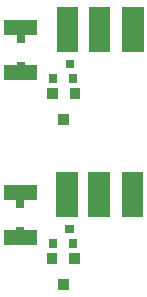
<source format=gbr>
%FSLAX32Y32*%
%MOMM*%
%LNSMD_Maske2*%
G71*
G01*
%LPD*%
G36*
X1834Y7049D02*
X1834Y6919D01*
X1554Y6919D01*
X1554Y7049D01*
X1834Y7049D01*
G37*
G36*
X1834Y6669D02*
X1834Y6539D01*
X1554Y6539D01*
X1554Y6669D01*
X1834Y6669D01*
G37*
G36*
X2200Y6383D02*
X2110Y6383D01*
X2110Y6473D01*
X2200Y6473D01*
X2200Y6383D01*
G37*
G36*
X2010Y6383D02*
X1920Y6383D01*
X1920Y6473D01*
X2010Y6473D01*
X2010Y6383D01*
G37*
G36*
X2106Y6161D02*
X2016Y6161D01*
X2016Y6251D01*
X2106Y6251D01*
X2106Y6161D01*
G37*
G36*
X2175Y6520D02*
X2105Y6520D01*
X2105Y6590D01*
X2175Y6590D01*
X2175Y6520D01*
G37*
G36*
X2008Y6519D02*
X1938Y6519D01*
X1938Y6589D01*
X2008Y6589D01*
X2008Y6519D01*
G37*
G36*
X1731Y6942D02*
X1731Y6857D01*
X1661Y6857D01*
X1661Y6942D01*
X1731Y6942D01*
G37*
G36*
X1731Y6696D02*
X1731Y6610D01*
X1661Y6610D01*
X1661Y6696D01*
X1731Y6696D01*
G37*
G36*
X2148Y6878D02*
X2148Y6808D01*
X2078Y6808D01*
X2078Y6878D01*
X2148Y6878D01*
G37*
G36*
X2147Y6711D02*
X2147Y6641D01*
X2077Y6641D01*
X2077Y6711D01*
X2147Y6711D01*
G37*
G36*
X2002Y7158D02*
X2182Y7158D01*
X2182Y6778D01*
X2002Y6778D01*
X2002Y7158D01*
G37*
G36*
X2272Y7158D02*
X2452Y7158D01*
X2452Y6778D01*
X2272Y6778D01*
X2272Y7158D01*
G37*
G36*
X2558Y7158D02*
X2738Y7158D01*
X2738Y6778D01*
X2558Y6778D01*
X2558Y7158D01*
G37*
G36*
X1837Y8446D02*
X1837Y8316D01*
X1557Y8316D01*
X1557Y8446D01*
X1837Y8446D01*
G37*
G36*
X1837Y8066D02*
X1837Y7936D01*
X1557Y7936D01*
X1557Y8066D01*
X1837Y8066D01*
G37*
G36*
X2204Y7780D02*
X2114Y7780D01*
X2114Y7870D01*
X2204Y7870D01*
X2204Y7780D01*
G37*
G36*
X2014Y7780D02*
X1924Y7780D01*
X1924Y7870D01*
X2014Y7870D01*
X2014Y7780D01*
G37*
G36*
X2108Y7558D02*
X2018Y7558D01*
X2018Y7648D01*
X2108Y7648D01*
X2108Y7558D01*
G37*
G36*
X2178Y7917D02*
X2108Y7917D01*
X2108Y7987D01*
X2178Y7987D01*
X2178Y7917D01*
G37*
G36*
X2011Y7916D02*
X1941Y7916D01*
X1941Y7986D01*
X2011Y7986D01*
X2011Y7916D01*
G37*
G36*
X1734Y8339D02*
X1734Y8254D01*
X1664Y8254D01*
X1664Y8339D01*
X1734Y8339D01*
G37*
G36*
X1734Y8092D02*
X1734Y8008D01*
X1664Y8008D01*
X1664Y8092D01*
X1734Y8092D01*
G37*
G36*
X2151Y8275D02*
X2151Y8205D01*
X2081Y8205D01*
X2081Y8275D01*
X2151Y8275D01*
G37*
G36*
X2150Y8108D02*
X2150Y8038D01*
X2080Y8038D01*
X2080Y8108D01*
X2150Y8108D01*
G37*
G36*
X2006Y8555D02*
X2186Y8555D01*
X2186Y8175D01*
X2006Y8175D01*
X2006Y8555D01*
G37*
G36*
X2275Y8555D02*
X2455Y8555D01*
X2455Y8175D01*
X2275Y8175D01*
X2275Y8555D01*
G37*
G36*
X2561Y8555D02*
X2741Y8555D01*
X2741Y8175D01*
X2561Y8175D01*
X2561Y8555D01*
G37*
M02*

</source>
